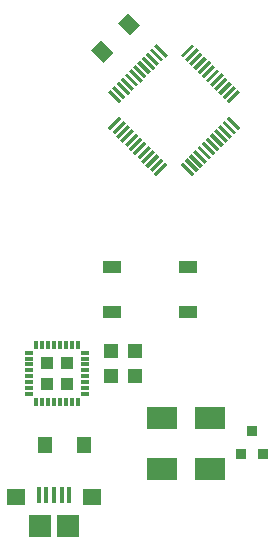
<source format=gtp>
G04 #@! TF.FileFunction,Paste,Top*
%FSLAX46Y46*%
G04 Gerber Fmt 4.6, Leading zero omitted, Abs format (unit mm)*
G04 Created by KiCad (PCBNEW 4.0.0-2.201512072331+6194~38~ubuntu14.04.1-stable) date Mon 04 Jan 2016 09:00:13 PM CET*
%MOMM*%
G01*
G04 APERTURE LIST*
%ADD10C,0.100000*%
%ADD11R,2.550160X1.851660*%
%ADD12R,1.249680X1.249680*%
%ADD13R,1.201420X1.450340*%
%ADD14R,0.450800X1.400800*%
%ADD15R,1.650800X1.450800*%
%ADD16R,1.950800X1.950800*%
%ADD17R,0.750800X0.300800*%
%ADD18R,0.300800X0.750800*%
%ADD19R,1.085800X1.085800*%
%ADD20R,0.850900X0.850900*%
%ADD21R,1.650800X1.050800*%
G04 APERTURE END LIST*
D10*
G36*
X96074700Y-97529111D02*
X96287398Y-97316413D01*
X97242558Y-98271573D01*
X97029860Y-98484271D01*
X96074700Y-97529111D01*
X96074700Y-97529111D01*
G37*
G36*
X95721147Y-97882664D02*
X95933845Y-97669966D01*
X96889005Y-98625126D01*
X96676307Y-98837824D01*
X95721147Y-97882664D01*
X95721147Y-97882664D01*
G37*
G36*
X95367593Y-98236218D02*
X95580291Y-98023520D01*
X96535451Y-98978680D01*
X96322753Y-99191378D01*
X95367593Y-98236218D01*
X95367593Y-98236218D01*
G37*
G36*
X95014040Y-98589771D02*
X95226738Y-98377073D01*
X96181898Y-99332233D01*
X95969200Y-99544931D01*
X95014040Y-98589771D01*
X95014040Y-98589771D01*
G37*
G36*
X94660487Y-98943324D02*
X94873185Y-98730626D01*
X95828345Y-99685786D01*
X95615647Y-99898484D01*
X94660487Y-98943324D01*
X94660487Y-98943324D01*
G37*
G36*
X94306933Y-99296878D02*
X94519631Y-99084180D01*
X95474791Y-100039340D01*
X95262093Y-100252038D01*
X94306933Y-99296878D01*
X94306933Y-99296878D01*
G37*
G36*
X93953380Y-99650431D02*
X94166078Y-99437733D01*
X95121238Y-100392893D01*
X94908540Y-100605591D01*
X93953380Y-99650431D01*
X93953380Y-99650431D01*
G37*
G36*
X93599826Y-100003985D02*
X93812524Y-99791287D01*
X94767684Y-100746447D01*
X94554986Y-100959145D01*
X93599826Y-100003985D01*
X93599826Y-100003985D01*
G37*
G36*
X93246273Y-100357538D02*
X93458971Y-100144840D01*
X94414131Y-101100000D01*
X94201433Y-101312698D01*
X93246273Y-100357538D01*
X93246273Y-100357538D01*
G37*
G36*
X92892720Y-100711091D02*
X93105418Y-100498393D01*
X94060578Y-101453553D01*
X93847880Y-101666251D01*
X92892720Y-100711091D01*
X92892720Y-100711091D01*
G37*
G36*
X92539166Y-101064645D02*
X92751864Y-100851947D01*
X93707024Y-101807107D01*
X93494326Y-102019805D01*
X92539166Y-101064645D01*
X92539166Y-101064645D01*
G37*
G36*
X92185613Y-101418198D02*
X92398311Y-101205500D01*
X93353471Y-102160660D01*
X93140773Y-102373358D01*
X92185613Y-101418198D01*
X92185613Y-101418198D01*
G37*
G36*
X92398311Y-104636100D02*
X92185613Y-104423402D01*
X93140773Y-103468242D01*
X93353471Y-103680940D01*
X92398311Y-104636100D01*
X92398311Y-104636100D01*
G37*
G36*
X92751864Y-104989653D02*
X92539166Y-104776955D01*
X93494326Y-103821795D01*
X93707024Y-104034493D01*
X92751864Y-104989653D01*
X92751864Y-104989653D01*
G37*
G36*
X93105418Y-105343207D02*
X92892720Y-105130509D01*
X93847880Y-104175349D01*
X94060578Y-104388047D01*
X93105418Y-105343207D01*
X93105418Y-105343207D01*
G37*
G36*
X93458971Y-105696760D02*
X93246273Y-105484062D01*
X94201433Y-104528902D01*
X94414131Y-104741600D01*
X93458971Y-105696760D01*
X93458971Y-105696760D01*
G37*
G36*
X93812524Y-106050313D02*
X93599826Y-105837615D01*
X94554986Y-104882455D01*
X94767684Y-105095153D01*
X93812524Y-106050313D01*
X93812524Y-106050313D01*
G37*
G36*
X94166078Y-106403867D02*
X93953380Y-106191169D01*
X94908540Y-105236009D01*
X95121238Y-105448707D01*
X94166078Y-106403867D01*
X94166078Y-106403867D01*
G37*
G36*
X94519631Y-106757420D02*
X94306933Y-106544722D01*
X95262093Y-105589562D01*
X95474791Y-105802260D01*
X94519631Y-106757420D01*
X94519631Y-106757420D01*
G37*
G36*
X94873185Y-107110974D02*
X94660487Y-106898276D01*
X95615647Y-105943116D01*
X95828345Y-106155814D01*
X94873185Y-107110974D01*
X94873185Y-107110974D01*
G37*
G36*
X95226738Y-107464527D02*
X95014040Y-107251829D01*
X95969200Y-106296669D01*
X96181898Y-106509367D01*
X95226738Y-107464527D01*
X95226738Y-107464527D01*
G37*
G36*
X95580291Y-107818080D02*
X95367593Y-107605382D01*
X96322753Y-106650222D01*
X96535451Y-106862920D01*
X95580291Y-107818080D01*
X95580291Y-107818080D01*
G37*
G36*
X95933845Y-108171634D02*
X95721147Y-107958936D01*
X96676307Y-107003776D01*
X96889005Y-107216474D01*
X95933845Y-108171634D01*
X95933845Y-108171634D01*
G37*
G36*
X96287398Y-108525187D02*
X96074700Y-108312489D01*
X97029860Y-107357329D01*
X97242558Y-107570027D01*
X96287398Y-108525187D01*
X96287398Y-108525187D01*
G37*
G36*
X98337442Y-107570027D02*
X98550140Y-107357329D01*
X99505300Y-108312489D01*
X99292602Y-108525187D01*
X98337442Y-107570027D01*
X98337442Y-107570027D01*
G37*
G36*
X98690995Y-107216474D02*
X98903693Y-107003776D01*
X99858853Y-107958936D01*
X99646155Y-108171634D01*
X98690995Y-107216474D01*
X98690995Y-107216474D01*
G37*
G36*
X99044549Y-106862920D02*
X99257247Y-106650222D01*
X100212407Y-107605382D01*
X99999709Y-107818080D01*
X99044549Y-106862920D01*
X99044549Y-106862920D01*
G37*
G36*
X99398102Y-106509367D02*
X99610800Y-106296669D01*
X100565960Y-107251829D01*
X100353262Y-107464527D01*
X99398102Y-106509367D01*
X99398102Y-106509367D01*
G37*
G36*
X99751655Y-106155814D02*
X99964353Y-105943116D01*
X100919513Y-106898276D01*
X100706815Y-107110974D01*
X99751655Y-106155814D01*
X99751655Y-106155814D01*
G37*
G36*
X100105209Y-105802260D02*
X100317907Y-105589562D01*
X101273067Y-106544722D01*
X101060369Y-106757420D01*
X100105209Y-105802260D01*
X100105209Y-105802260D01*
G37*
G36*
X100458762Y-105448707D02*
X100671460Y-105236009D01*
X101626620Y-106191169D01*
X101413922Y-106403867D01*
X100458762Y-105448707D01*
X100458762Y-105448707D01*
G37*
G36*
X100812316Y-105095153D02*
X101025014Y-104882455D01*
X101980174Y-105837615D01*
X101767476Y-106050313D01*
X100812316Y-105095153D01*
X100812316Y-105095153D01*
G37*
G36*
X101165869Y-104741600D02*
X101378567Y-104528902D01*
X102333727Y-105484062D01*
X102121029Y-105696760D01*
X101165869Y-104741600D01*
X101165869Y-104741600D01*
G37*
G36*
X101519422Y-104388047D02*
X101732120Y-104175349D01*
X102687280Y-105130509D01*
X102474582Y-105343207D01*
X101519422Y-104388047D01*
X101519422Y-104388047D01*
G37*
G36*
X101872976Y-104034493D02*
X102085674Y-103821795D01*
X103040834Y-104776955D01*
X102828136Y-104989653D01*
X101872976Y-104034493D01*
X101872976Y-104034493D01*
G37*
G36*
X102226529Y-103680940D02*
X102439227Y-103468242D01*
X103394387Y-104423402D01*
X103181689Y-104636100D01*
X102226529Y-103680940D01*
X102226529Y-103680940D01*
G37*
G36*
X102439227Y-102373358D02*
X102226529Y-102160660D01*
X103181689Y-101205500D01*
X103394387Y-101418198D01*
X102439227Y-102373358D01*
X102439227Y-102373358D01*
G37*
G36*
X102085674Y-102019805D02*
X101872976Y-101807107D01*
X102828136Y-100851947D01*
X103040834Y-101064645D01*
X102085674Y-102019805D01*
X102085674Y-102019805D01*
G37*
G36*
X101732120Y-101666251D02*
X101519422Y-101453553D01*
X102474582Y-100498393D01*
X102687280Y-100711091D01*
X101732120Y-101666251D01*
X101732120Y-101666251D01*
G37*
G36*
X101378567Y-101312698D02*
X101165869Y-101100000D01*
X102121029Y-100144840D01*
X102333727Y-100357538D01*
X101378567Y-101312698D01*
X101378567Y-101312698D01*
G37*
G36*
X101025014Y-100959145D02*
X100812316Y-100746447D01*
X101767476Y-99791287D01*
X101980174Y-100003985D01*
X101025014Y-100959145D01*
X101025014Y-100959145D01*
G37*
G36*
X100671460Y-100605591D02*
X100458762Y-100392893D01*
X101413922Y-99437733D01*
X101626620Y-99650431D01*
X100671460Y-100605591D01*
X100671460Y-100605591D01*
G37*
G36*
X100317907Y-100252038D02*
X100105209Y-100039340D01*
X101060369Y-99084180D01*
X101273067Y-99296878D01*
X100317907Y-100252038D01*
X100317907Y-100252038D01*
G37*
G36*
X99964353Y-99898484D02*
X99751655Y-99685786D01*
X100706815Y-98730626D01*
X100919513Y-98943324D01*
X99964353Y-99898484D01*
X99964353Y-99898484D01*
G37*
G36*
X99610800Y-99544931D02*
X99398102Y-99332233D01*
X100353262Y-98377073D01*
X100565960Y-98589771D01*
X99610800Y-99544931D01*
X99610800Y-99544931D01*
G37*
G36*
X99257247Y-99191378D02*
X99044549Y-98978680D01*
X99999709Y-98023520D01*
X100212407Y-98236218D01*
X99257247Y-99191378D01*
X99257247Y-99191378D01*
G37*
G36*
X98903693Y-98837824D02*
X98690995Y-98625126D01*
X99646155Y-97669966D01*
X99858853Y-97882664D01*
X98903693Y-98837824D01*
X98903693Y-98837824D01*
G37*
G36*
X98550140Y-98484271D02*
X98337442Y-98271573D01*
X99292602Y-97316413D01*
X99505300Y-97529111D01*
X98550140Y-98484271D01*
X98550140Y-98484271D01*
G37*
D11*
X96807020Y-133350000D03*
X100804980Y-133350000D03*
X96807020Y-129032000D03*
X100804980Y-129032000D03*
D12*
X94521020Y-123317000D03*
X92422980Y-123317000D03*
X94521020Y-125476000D03*
X92422980Y-125476000D03*
D10*
G36*
X91599520Y-97036734D02*
X92625066Y-98062280D01*
X91775534Y-98911812D01*
X90749988Y-97886266D01*
X91599520Y-97036734D01*
X91599520Y-97036734D01*
G37*
G36*
X93898466Y-94737788D02*
X94924012Y-95763334D01*
X94074480Y-96612866D01*
X93048934Y-95587320D01*
X93898466Y-94737788D01*
X93898466Y-94737788D01*
G37*
D13*
X90144600Y-131318000D03*
X86893400Y-131318000D03*
D14*
X86330000Y-135526000D03*
X88280000Y-135526000D03*
X87630000Y-135526000D03*
X86980000Y-135526000D03*
X88930000Y-135526000D03*
D15*
X84430000Y-135726000D03*
X90830000Y-135726000D03*
D16*
X86430000Y-138176000D03*
X88830000Y-138176000D03*
D17*
X85484000Y-123472000D03*
X85484000Y-123972000D03*
X85484000Y-124472000D03*
X85484000Y-124972000D03*
X85484000Y-125472000D03*
X85484000Y-125972000D03*
X85484000Y-126472000D03*
X85484000Y-126972000D03*
D18*
X86134000Y-127622000D03*
X86634000Y-127622000D03*
X87134000Y-127622000D03*
X87634000Y-127622000D03*
X88134000Y-127622000D03*
X88634000Y-127622000D03*
X89134000Y-127622000D03*
X89634000Y-127622000D03*
D17*
X90284000Y-126972000D03*
X90284000Y-126472000D03*
X90284000Y-125972000D03*
X90284000Y-125472000D03*
X90284000Y-124972000D03*
X90284000Y-124472000D03*
X90284000Y-123972000D03*
X90284000Y-123472000D03*
D18*
X89634000Y-122822000D03*
X89134000Y-122822000D03*
X88634000Y-122822000D03*
X88134000Y-122822000D03*
X87634000Y-122822000D03*
X87134000Y-122822000D03*
X86634000Y-122822000D03*
X86134000Y-122822000D03*
D19*
X88746500Y-126084500D03*
X88746500Y-124359500D03*
X87021500Y-126084500D03*
X87021500Y-124359500D03*
D20*
X103444000Y-132064760D03*
X105344000Y-132064760D03*
X104394000Y-130065780D03*
D21*
X92558000Y-116210000D03*
X98958000Y-116210000D03*
X92558000Y-120010000D03*
X98958000Y-120010000D03*
M02*

</source>
